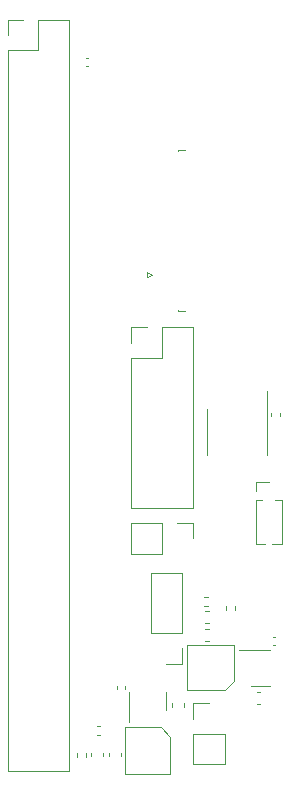
<source format=gbr>
%TF.GenerationSoftware,KiCad,Pcbnew,(6.0.4)*%
%TF.CreationDate,2023-05-23T13:29:09+09:00*%
%TF.ProjectId,BajieHeader,42616a69-6548-4656-9164-65722e6b6963,rev?*%
%TF.SameCoordinates,Original*%
%TF.FileFunction,Legend,Top*%
%TF.FilePolarity,Positive*%
%FSLAX46Y46*%
G04 Gerber Fmt 4.6, Leading zero omitted, Abs format (unit mm)*
G04 Created by KiCad (PCBNEW (6.0.4)) date 2023-05-23 13:29:09*
%MOMM*%
%LPD*%
G01*
G04 APERTURE LIST*
%ADD10C,0.120000*%
G04 APERTURE END LIST*
D10*
%TO.C,J1*%
X77405000Y-55825000D02*
X78735000Y-55825000D01*
X80005000Y-58425000D02*
X80005000Y-55825000D01*
X77405000Y-119445000D02*
X82605000Y-119445000D01*
X77405000Y-58425000D02*
X77405000Y-119445000D01*
X82605000Y-55825000D02*
X82605000Y-119445000D01*
X77405000Y-58425000D02*
X80005000Y-58425000D01*
X80005000Y-55825000D02*
X82605000Y-55825000D01*
X77405000Y-57155000D02*
X77405000Y-55825000D01*
%TO.C,R3*%
X94054960Y-104725200D02*
X94362242Y-104725200D01*
X94054960Y-105485200D02*
X94362242Y-105485200D01*
%TO.C,C6*%
X87380401Y-112479435D02*
X87380401Y-112263763D01*
X86660401Y-112479435D02*
X86660401Y-112263763D01*
%TO.C,U2*%
X98806000Y-112278600D02*
X99606000Y-112278600D01*
X98806000Y-109158600D02*
X99606000Y-109158600D01*
X98806000Y-109158600D02*
X97006000Y-109158600D01*
X98806000Y-112278600D02*
X98006000Y-112278600D01*
%TO.C,U1*%
X87721000Y-113514600D02*
X87721000Y-112714600D01*
X87721000Y-113514600D02*
X87721000Y-115314600D01*
X90841000Y-113514600D02*
X90841000Y-114314600D01*
X90841000Y-113514600D02*
X90841000Y-112714600D01*
%TO.C,C7*%
X99841164Y-108818000D02*
X100056836Y-108818000D01*
X99841164Y-108098000D02*
X100056836Y-108098000D01*
%TO.C,J7*%
X92185800Y-102657600D02*
X89525800Y-102657600D01*
X89525800Y-107797600D02*
X89525800Y-102657600D01*
X92185800Y-107797600D02*
X89525800Y-107797600D01*
X92185800Y-109067600D02*
X92185800Y-110397600D01*
X92185800Y-107797600D02*
X92185800Y-102657600D01*
X92185800Y-110397600D02*
X90855800Y-110397600D01*
%TO.C,C4*%
X91285600Y-113727620D02*
X91285600Y-114008780D01*
X92305600Y-113727620D02*
X92305600Y-114008780D01*
%TO.C,J6*%
X99824730Y-100237600D02*
X100627200Y-100237600D01*
X98407200Y-94972600D02*
X99517200Y-94972600D01*
X98407200Y-96492600D02*
X98407200Y-100237600D01*
X100627200Y-96492600D02*
X100627200Y-100237600D01*
X98407200Y-96492600D02*
X98953729Y-96492600D01*
X98407200Y-100237600D02*
X99209670Y-100237600D01*
X100080671Y-96492600D02*
X100627200Y-96492600D01*
X98407200Y-95732600D02*
X98407200Y-94972600D01*
%TO.C,R4*%
X95936800Y-105484959D02*
X95936800Y-105792241D01*
X96696800Y-105484959D02*
X96696800Y-105792241D01*
%TO.C,J3*%
X93069800Y-81855000D02*
X93069800Y-97215000D01*
X87869800Y-97215000D02*
X93069800Y-97215000D01*
X87869800Y-84455000D02*
X87869800Y-97215000D01*
X87869800Y-83185000D02*
X87869800Y-81855000D01*
X90469800Y-84455000D02*
X90469800Y-81855000D01*
X87869800Y-81855000D02*
X89199800Y-81855000D01*
X87869800Y-84455000D02*
X90469800Y-84455000D01*
X90469800Y-81855000D02*
X93069800Y-81855000D01*
%TO.C,C11*%
X84453001Y-117895219D02*
X84453001Y-118176379D01*
X85473001Y-117895219D02*
X85473001Y-118176379D01*
%TO.C,R2*%
X84936359Y-116381800D02*
X85243641Y-116381800D01*
X84936359Y-115621800D02*
X85243641Y-115621800D01*
%TO.C,C8*%
X99716000Y-89363436D02*
X99716000Y-89147764D01*
X100436000Y-89363436D02*
X100436000Y-89147764D01*
%TO.C,C14*%
X84232636Y-59050600D02*
X84016964Y-59050600D01*
X84232636Y-59770600D02*
X84016964Y-59770600D01*
%TO.C,J5*%
X90474800Y-98415800D02*
X87874800Y-98415800D01*
X93074800Y-98415800D02*
X93074800Y-99745800D01*
X87874800Y-98415800D02*
X87874800Y-101075800D01*
X91744800Y-98415800D02*
X93074800Y-98415800D01*
X90474800Y-98415800D02*
X90474800Y-101075800D01*
X90474800Y-101075800D02*
X87874800Y-101075800D01*
%TO.C,C5*%
X98768780Y-112748600D02*
X98487620Y-112748600D01*
X98768780Y-113768600D02*
X98487620Y-113768600D01*
%TO.C,L1*%
X87381000Y-119731000D02*
X87381000Y-115731000D01*
X87381000Y-115731000D02*
X90381000Y-115731000D01*
X91181000Y-119731000D02*
X87381000Y-119731000D01*
X91181000Y-116531000D02*
X91181000Y-119731000D01*
X90381000Y-115731000D02*
X91181000Y-116531000D01*
%TO.C,C12*%
X94425381Y-105890599D02*
X94144221Y-105890599D01*
X94425381Y-106910599D02*
X94144221Y-106910599D01*
%TO.C,C10*%
X94425381Y-108460000D02*
X94144221Y-108460000D01*
X94425381Y-107440000D02*
X94144221Y-107440000D01*
%TO.C,R1*%
X83287600Y-118265640D02*
X83287600Y-117958358D01*
X84047600Y-118265640D02*
X84047600Y-117958358D01*
%TO.C,C9*%
X86002400Y-117895219D02*
X86002400Y-118176379D01*
X87022400Y-117895219D02*
X87022400Y-118176379D01*
%TO.C,J4*%
X93132600Y-116281200D02*
X95792600Y-116281200D01*
X93132600Y-118881200D02*
X95792600Y-118881200D01*
X93132600Y-115011200D02*
X93132600Y-113681200D01*
X95792600Y-116281200D02*
X95792600Y-118881200D01*
X93132600Y-116281200D02*
X93132600Y-118881200D01*
X93132600Y-113681200D02*
X94462600Y-113681200D01*
%TO.C,L2*%
X95789600Y-112618600D02*
X92589600Y-112618600D01*
X96589600Y-111818600D02*
X95789600Y-112618600D01*
X92589600Y-112618600D02*
X92589600Y-108818600D01*
X92589600Y-108818600D02*
X96589600Y-108818600D01*
X96589600Y-108818600D02*
X96589600Y-111818600D01*
%TO.C,U3*%
X99384800Y-90754200D02*
X99384800Y-92704200D01*
X99384800Y-90754200D02*
X99384800Y-87304200D01*
X94264800Y-90754200D02*
X94264800Y-92704200D01*
X94264800Y-90754200D02*
X94264800Y-88804200D01*
%TO.C,J2*%
X89639000Y-77410000D02*
X89239000Y-77210000D01*
X91829000Y-66835000D02*
X92429000Y-66835000D01*
X89239000Y-77610000D02*
X89639000Y-77410000D01*
X91829000Y-80485000D02*
X92429000Y-80485000D01*
X91829000Y-80375000D02*
X91829000Y-80485000D01*
X91829000Y-66945000D02*
X91829000Y-66835000D01*
X89239000Y-77210000D02*
X89239000Y-77610000D01*
%TD*%
M02*

</source>
